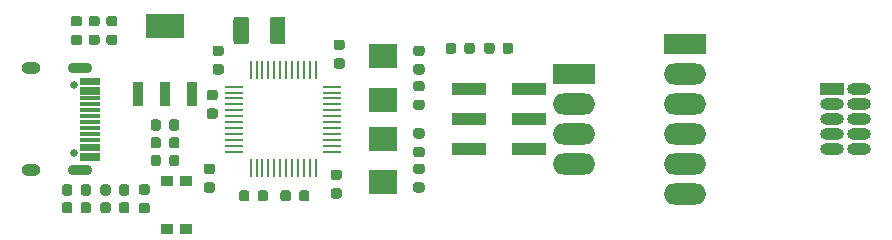
<source format=gbr>
%TF.GenerationSoftware,KiCad,Pcbnew,5.1.7-a382d34a8~88~ubuntu20.04.1*%
%TF.CreationDate,2020-12-15T21:17:08-08:00*%
%TF.ProjectId,blue-pill-bmp,626c7565-2d70-4696-9c6c-2d626d702e6b,rev?*%
%TF.SameCoordinates,Original*%
%TF.FileFunction,Soldermask,Top*%
%TF.FilePolarity,Negative*%
%FSLAX46Y46*%
G04 Gerber Fmt 4.6, Leading zero omitted, Abs format (unit mm)*
G04 Created by KiCad (PCBNEW 5.1.7-a382d34a8~88~ubuntu20.04.1) date 2020-12-15 21:17:08*
%MOMM*%
%LPD*%
G01*
G04 APERTURE LIST*
%ADD10R,3.250000X2.150000*%
%ADD11R,0.950000X2.150000*%
%ADD12O,3.600000X1.800000*%
%ADD13R,3.600000X1.800000*%
%ADD14R,2.400000X2.000000*%
%ADD15R,0.280000X1.560000*%
%ADD16R,1.560000X0.280000*%
%ADD17R,3.000000X1.000000*%
%ADD18R,1.000000X0.900000*%
%ADD19O,2.000000X1.000000*%
%ADD20R,2.000000X1.000000*%
%ADD21R,1.750000X0.300000*%
%ADD22C,0.650000*%
%ADD23O,2.100000X0.900000*%
%ADD24O,1.600000X1.000000*%
G04 APERTURE END LIST*
D10*
%TO.C,VR1*%
X109500000Y-92100000D03*
D11*
X111800000Y-97900000D03*
X109500000Y-97900000D03*
X107200000Y-97900000D03*
%TD*%
D12*
%TO.C,J1*%
X153500000Y-106350000D03*
X153500000Y-103810000D03*
X153500000Y-101270000D03*
X153500000Y-98730000D03*
X153500000Y-96190000D03*
D13*
X153500000Y-93650000D03*
%TD*%
%TO.C,R6*%
G36*
G01*
X104743750Y-92850000D02*
X105256250Y-92850000D01*
G75*
G02*
X105475000Y-93068750I0J-218750D01*
G01*
X105475000Y-93506250D01*
G75*
G02*
X105256250Y-93725000I-218750J0D01*
G01*
X104743750Y-93725000D01*
G75*
G02*
X104525000Y-93506250I0J218750D01*
G01*
X104525000Y-93068750D01*
G75*
G02*
X104743750Y-92850000I218750J0D01*
G01*
G37*
G36*
G01*
X104743750Y-91275000D02*
X105256250Y-91275000D01*
G75*
G02*
X105475000Y-91493750I0J-218750D01*
G01*
X105475000Y-91931250D01*
G75*
G02*
X105256250Y-92150000I-218750J0D01*
G01*
X104743750Y-92150000D01*
G75*
G02*
X104525000Y-91931250I0J218750D01*
G01*
X104525000Y-91493750D01*
G75*
G02*
X104743750Y-91275000I218750J0D01*
G01*
G37*
%TD*%
D14*
%TO.C,X2*%
X128000000Y-101650000D03*
X128000000Y-105350000D03*
%TD*%
%TO.C,X1*%
X128000000Y-94650000D03*
X128000000Y-98350000D03*
%TD*%
D15*
%TO.C,U1*%
X122250000Y-104180000D03*
X121750000Y-104180000D03*
X121250000Y-104180000D03*
X120750000Y-104180000D03*
X120250000Y-104180000D03*
X119750000Y-104180000D03*
X119250000Y-104180000D03*
X118750000Y-104180000D03*
X118250000Y-104180000D03*
X117750000Y-104180000D03*
X117250000Y-104180000D03*
X116750000Y-104180000D03*
D16*
X115320000Y-102750000D03*
X115320000Y-102250000D03*
X115320000Y-101750000D03*
X115320000Y-101250000D03*
X115320000Y-100750000D03*
X115320000Y-100250000D03*
X115320000Y-99750000D03*
X115320000Y-99250000D03*
X115320000Y-98750000D03*
X115320000Y-98250000D03*
X115320000Y-97750000D03*
X115320000Y-97250000D03*
D15*
X116750000Y-95820000D03*
X117250000Y-95820000D03*
X117750000Y-95820000D03*
X118250000Y-95820000D03*
X118750000Y-95820000D03*
X119250000Y-95820000D03*
X119750000Y-95820000D03*
X120250000Y-95820000D03*
X120750000Y-95820000D03*
X121250000Y-95820000D03*
X121750000Y-95820000D03*
X122250000Y-95820000D03*
D16*
X123680000Y-97250000D03*
X123680000Y-97750000D03*
X123680000Y-98250000D03*
X123680000Y-98750000D03*
X123680000Y-99250000D03*
X123680000Y-99750000D03*
X123680000Y-100250000D03*
X123680000Y-100750000D03*
X123680000Y-101250000D03*
X123680000Y-101750000D03*
X123680000Y-102250000D03*
X123680000Y-102750000D03*
%TD*%
D17*
%TO.C,SW2*%
X135210000Y-97450000D03*
X135210000Y-100000000D03*
X135210000Y-102540000D03*
X140290000Y-97460000D03*
X140290000Y-100000000D03*
X140290000Y-102540000D03*
%TD*%
D18*
%TO.C,SW1*%
X111300000Y-105200000D03*
X109700000Y-105200000D03*
X111300000Y-109300000D03*
X109700000Y-109300000D03*
%TD*%
%TO.C,R11*%
G36*
G01*
X102350000Y-107756250D02*
X102350000Y-107243750D01*
G75*
G02*
X102568750Y-107025000I218750J0D01*
G01*
X103006250Y-107025000D01*
G75*
G02*
X103225000Y-107243750I0J-218750D01*
G01*
X103225000Y-107756250D01*
G75*
G02*
X103006250Y-107975000I-218750J0D01*
G01*
X102568750Y-107975000D01*
G75*
G02*
X102350000Y-107756250I0J218750D01*
G01*
G37*
G36*
G01*
X100775000Y-107756250D02*
X100775000Y-107243750D01*
G75*
G02*
X100993750Y-107025000I218750J0D01*
G01*
X101431250Y-107025000D01*
G75*
G02*
X101650000Y-107243750I0J-218750D01*
G01*
X101650000Y-107756250D01*
G75*
G02*
X101431250Y-107975000I-218750J0D01*
G01*
X100993750Y-107975000D01*
G75*
G02*
X100775000Y-107756250I0J218750D01*
G01*
G37*
%TD*%
%TO.C,R10*%
G36*
G01*
X102350000Y-106256250D02*
X102350000Y-105743750D01*
G75*
G02*
X102568750Y-105525000I218750J0D01*
G01*
X103006250Y-105525000D01*
G75*
G02*
X103225000Y-105743750I0J-218750D01*
G01*
X103225000Y-106256250D01*
G75*
G02*
X103006250Y-106475000I-218750J0D01*
G01*
X102568750Y-106475000D01*
G75*
G02*
X102350000Y-106256250I0J218750D01*
G01*
G37*
G36*
G01*
X100775000Y-106256250D02*
X100775000Y-105743750D01*
G75*
G02*
X100993750Y-105525000I218750J0D01*
G01*
X101431250Y-105525000D01*
G75*
G02*
X101650000Y-105743750I0J-218750D01*
G01*
X101650000Y-106256250D01*
G75*
G02*
X101431250Y-106475000I-218750J0D01*
G01*
X100993750Y-106475000D01*
G75*
G02*
X100775000Y-106256250I0J218750D01*
G01*
G37*
%TD*%
%TO.C,R9*%
G36*
G01*
X109850000Y-103756250D02*
X109850000Y-103243750D01*
G75*
G02*
X110068750Y-103025000I218750J0D01*
G01*
X110506250Y-103025000D01*
G75*
G02*
X110725000Y-103243750I0J-218750D01*
G01*
X110725000Y-103756250D01*
G75*
G02*
X110506250Y-103975000I-218750J0D01*
G01*
X110068750Y-103975000D01*
G75*
G02*
X109850000Y-103756250I0J218750D01*
G01*
G37*
G36*
G01*
X108275000Y-103756250D02*
X108275000Y-103243750D01*
G75*
G02*
X108493750Y-103025000I218750J0D01*
G01*
X108931250Y-103025000D01*
G75*
G02*
X109150000Y-103243750I0J-218750D01*
G01*
X109150000Y-103756250D01*
G75*
G02*
X108931250Y-103975000I-218750J0D01*
G01*
X108493750Y-103975000D01*
G75*
G02*
X108275000Y-103756250I0J218750D01*
G01*
G37*
%TD*%
%TO.C,R8*%
G36*
G01*
X109150000Y-101743750D02*
X109150000Y-102256250D01*
G75*
G02*
X108931250Y-102475000I-218750J0D01*
G01*
X108493750Y-102475000D01*
G75*
G02*
X108275000Y-102256250I0J218750D01*
G01*
X108275000Y-101743750D01*
G75*
G02*
X108493750Y-101525000I218750J0D01*
G01*
X108931250Y-101525000D01*
G75*
G02*
X109150000Y-101743750I0J-218750D01*
G01*
G37*
G36*
G01*
X110725000Y-101743750D02*
X110725000Y-102256250D01*
G75*
G02*
X110506250Y-102475000I-218750J0D01*
G01*
X110068750Y-102475000D01*
G75*
G02*
X109850000Y-102256250I0J218750D01*
G01*
X109850000Y-101743750D01*
G75*
G02*
X110068750Y-101525000I218750J0D01*
G01*
X110506250Y-101525000D01*
G75*
G02*
X110725000Y-101743750I0J-218750D01*
G01*
G37*
%TD*%
%TO.C,R7*%
G36*
G01*
X109150000Y-100243750D02*
X109150000Y-100756250D01*
G75*
G02*
X108931250Y-100975000I-218750J0D01*
G01*
X108493750Y-100975000D01*
G75*
G02*
X108275000Y-100756250I0J218750D01*
G01*
X108275000Y-100243750D01*
G75*
G02*
X108493750Y-100025000I218750J0D01*
G01*
X108931250Y-100025000D01*
G75*
G02*
X109150000Y-100243750I0J-218750D01*
G01*
G37*
G36*
G01*
X110725000Y-100243750D02*
X110725000Y-100756250D01*
G75*
G02*
X110506250Y-100975000I-218750J0D01*
G01*
X110068750Y-100975000D01*
G75*
G02*
X109850000Y-100756250I0J218750D01*
G01*
X109850000Y-100243750D01*
G75*
G02*
X110068750Y-100025000I218750J0D01*
G01*
X110506250Y-100025000D01*
G75*
G02*
X110725000Y-100243750I0J-218750D01*
G01*
G37*
%TD*%
%TO.C,R5*%
G36*
G01*
X108006250Y-106400000D02*
X107493750Y-106400000D01*
G75*
G02*
X107275000Y-106181250I0J218750D01*
G01*
X107275000Y-105743750D01*
G75*
G02*
X107493750Y-105525000I218750J0D01*
G01*
X108006250Y-105525000D01*
G75*
G02*
X108225000Y-105743750I0J-218750D01*
G01*
X108225000Y-106181250D01*
G75*
G02*
X108006250Y-106400000I-218750J0D01*
G01*
G37*
G36*
G01*
X108006250Y-107975000D02*
X107493750Y-107975000D01*
G75*
G02*
X107275000Y-107756250I0J218750D01*
G01*
X107275000Y-107318750D01*
G75*
G02*
X107493750Y-107100000I218750J0D01*
G01*
X108006250Y-107100000D01*
G75*
G02*
X108225000Y-107318750I0J-218750D01*
G01*
X108225000Y-107756250D01*
G75*
G02*
X108006250Y-107975000I-218750J0D01*
G01*
G37*
%TD*%
%TO.C,R4*%
G36*
G01*
X101743750Y-92850000D02*
X102256250Y-92850000D01*
G75*
G02*
X102475000Y-93068750I0J-218750D01*
G01*
X102475000Y-93506250D01*
G75*
G02*
X102256250Y-93725000I-218750J0D01*
G01*
X101743750Y-93725000D01*
G75*
G02*
X101525000Y-93506250I0J218750D01*
G01*
X101525000Y-93068750D01*
G75*
G02*
X101743750Y-92850000I218750J0D01*
G01*
G37*
G36*
G01*
X101743750Y-91275000D02*
X102256250Y-91275000D01*
G75*
G02*
X102475000Y-91493750I0J-218750D01*
G01*
X102475000Y-91931250D01*
G75*
G02*
X102256250Y-92150000I-218750J0D01*
G01*
X101743750Y-92150000D01*
G75*
G02*
X101525000Y-91931250I0J218750D01*
G01*
X101525000Y-91493750D01*
G75*
G02*
X101743750Y-91275000I218750J0D01*
G01*
G37*
%TD*%
%TO.C,R3*%
G36*
G01*
X134850000Y-94256250D02*
X134850000Y-93743750D01*
G75*
G02*
X135068750Y-93525000I218750J0D01*
G01*
X135506250Y-93525000D01*
G75*
G02*
X135725000Y-93743750I0J-218750D01*
G01*
X135725000Y-94256250D01*
G75*
G02*
X135506250Y-94475000I-218750J0D01*
G01*
X135068750Y-94475000D01*
G75*
G02*
X134850000Y-94256250I0J218750D01*
G01*
G37*
G36*
G01*
X133275000Y-94256250D02*
X133275000Y-93743750D01*
G75*
G02*
X133493750Y-93525000I218750J0D01*
G01*
X133931250Y-93525000D01*
G75*
G02*
X134150000Y-93743750I0J-218750D01*
G01*
X134150000Y-94256250D01*
G75*
G02*
X133931250Y-94475000I-218750J0D01*
G01*
X133493750Y-94475000D01*
G75*
G02*
X133275000Y-94256250I0J218750D01*
G01*
G37*
%TD*%
%TO.C,R2*%
G36*
G01*
X104900000Y-105743750D02*
X104900000Y-106256250D01*
G75*
G02*
X104681250Y-106475000I-218750J0D01*
G01*
X104243750Y-106475000D01*
G75*
G02*
X104025000Y-106256250I0J218750D01*
G01*
X104025000Y-105743750D01*
G75*
G02*
X104243750Y-105525000I218750J0D01*
G01*
X104681250Y-105525000D01*
G75*
G02*
X104900000Y-105743750I0J-218750D01*
G01*
G37*
G36*
G01*
X106475000Y-105743750D02*
X106475000Y-106256250D01*
G75*
G02*
X106256250Y-106475000I-218750J0D01*
G01*
X105818750Y-106475000D01*
G75*
G02*
X105600000Y-106256250I0J218750D01*
G01*
X105600000Y-105743750D01*
G75*
G02*
X105818750Y-105525000I218750J0D01*
G01*
X106256250Y-105525000D01*
G75*
G02*
X106475000Y-105743750I0J-218750D01*
G01*
G37*
%TD*%
%TO.C,R1*%
G36*
G01*
X120150000Y-106243750D02*
X120150000Y-106756250D01*
G75*
G02*
X119931250Y-106975000I-218750J0D01*
G01*
X119493750Y-106975000D01*
G75*
G02*
X119275000Y-106756250I0J218750D01*
G01*
X119275000Y-106243750D01*
G75*
G02*
X119493750Y-106025000I218750J0D01*
G01*
X119931250Y-106025000D01*
G75*
G02*
X120150000Y-106243750I0J-218750D01*
G01*
G37*
G36*
G01*
X121725000Y-106243750D02*
X121725000Y-106756250D01*
G75*
G02*
X121506250Y-106975000I-218750J0D01*
G01*
X121068750Y-106975000D01*
G75*
G02*
X120850000Y-106756250I0J218750D01*
G01*
X120850000Y-106243750D01*
G75*
G02*
X121068750Y-106025000I218750J0D01*
G01*
X121506250Y-106025000D01*
G75*
G02*
X121725000Y-106243750I0J-218750D01*
G01*
G37*
%TD*%
D19*
%TO.C,J4*%
X168270000Y-102540000D03*
X166000000Y-102540000D03*
X168270000Y-101270000D03*
X166000000Y-101270000D03*
X168270000Y-100000000D03*
X166000000Y-100000000D03*
X168270000Y-98730000D03*
X166000000Y-98730000D03*
X168270000Y-97460000D03*
D20*
X166000000Y-97460000D03*
%TD*%
D12*
%TO.C,J3*%
X144150000Y-103810000D03*
X144150000Y-101270000D03*
X144150000Y-98730000D03*
D13*
X144150000Y-96190000D03*
%TD*%
D21*
%TO.C,J2*%
X103150000Y-103350000D03*
X103150000Y-103050000D03*
X103150000Y-102250000D03*
X103150000Y-102550000D03*
X103150000Y-97750000D03*
X103150000Y-97450000D03*
X103150000Y-96950000D03*
X103150000Y-96650000D03*
X103150000Y-99750000D03*
X103150000Y-98750000D03*
X103150000Y-98250000D03*
X103150000Y-99250000D03*
X103150000Y-101750000D03*
X103150000Y-101250000D03*
X103150000Y-100750000D03*
X103150000Y-100250000D03*
D22*
X101810000Y-102890000D03*
X101810000Y-97110000D03*
D23*
X102310000Y-104320000D03*
X102310000Y-95680000D03*
D24*
X98130000Y-104320000D03*
X98130000Y-95680000D03*
%TD*%
%TO.C,D3*%
G36*
G01*
X103756250Y-92150000D02*
X103243750Y-92150000D01*
G75*
G02*
X103025000Y-91931250I0J218750D01*
G01*
X103025000Y-91493750D01*
G75*
G02*
X103243750Y-91275000I218750J0D01*
G01*
X103756250Y-91275000D01*
G75*
G02*
X103975000Y-91493750I0J-218750D01*
G01*
X103975000Y-91931250D01*
G75*
G02*
X103756250Y-92150000I-218750J0D01*
G01*
G37*
G36*
G01*
X103756250Y-93725000D02*
X103243750Y-93725000D01*
G75*
G02*
X103025000Y-93506250I0J218750D01*
G01*
X103025000Y-93068750D01*
G75*
G02*
X103243750Y-92850000I218750J0D01*
G01*
X103756250Y-92850000D01*
G75*
G02*
X103975000Y-93068750I0J-218750D01*
G01*
X103975000Y-93506250D01*
G75*
G02*
X103756250Y-93725000I-218750J0D01*
G01*
G37*
%TD*%
%TO.C,D2*%
G36*
G01*
X138100000Y-94256250D02*
X138100000Y-93743750D01*
G75*
G02*
X138318750Y-93525000I218750J0D01*
G01*
X138756250Y-93525000D01*
G75*
G02*
X138975000Y-93743750I0J-218750D01*
G01*
X138975000Y-94256250D01*
G75*
G02*
X138756250Y-94475000I-218750J0D01*
G01*
X138318750Y-94475000D01*
G75*
G02*
X138100000Y-94256250I0J218750D01*
G01*
G37*
G36*
G01*
X136525000Y-94256250D02*
X136525000Y-93743750D01*
G75*
G02*
X136743750Y-93525000I218750J0D01*
G01*
X137181250Y-93525000D01*
G75*
G02*
X137400000Y-93743750I0J-218750D01*
G01*
X137400000Y-94256250D01*
G75*
G02*
X137181250Y-94475000I-218750J0D01*
G01*
X136743750Y-94475000D01*
G75*
G02*
X136525000Y-94256250I0J218750D01*
G01*
G37*
%TD*%
%TO.C,D1*%
G36*
G01*
X116650000Y-106243750D02*
X116650000Y-106756250D01*
G75*
G02*
X116431250Y-106975000I-218750J0D01*
G01*
X115993750Y-106975000D01*
G75*
G02*
X115775000Y-106756250I0J218750D01*
G01*
X115775000Y-106243750D01*
G75*
G02*
X115993750Y-106025000I218750J0D01*
G01*
X116431250Y-106025000D01*
G75*
G02*
X116650000Y-106243750I0J-218750D01*
G01*
G37*
G36*
G01*
X118225000Y-106243750D02*
X118225000Y-106756250D01*
G75*
G02*
X118006250Y-106975000I-218750J0D01*
G01*
X117568750Y-106975000D01*
G75*
G02*
X117350000Y-106756250I0J218750D01*
G01*
X117350000Y-106243750D01*
G75*
G02*
X117568750Y-106025000I218750J0D01*
G01*
X118006250Y-106025000D01*
G75*
G02*
X118225000Y-106243750I0J-218750D01*
G01*
G37*
%TD*%
%TO.C,C11*%
G36*
G01*
X130743750Y-102350000D02*
X131256250Y-102350000D01*
G75*
G02*
X131475000Y-102568750I0J-218750D01*
G01*
X131475000Y-103006250D01*
G75*
G02*
X131256250Y-103225000I-218750J0D01*
G01*
X130743750Y-103225000D01*
G75*
G02*
X130525000Y-103006250I0J218750D01*
G01*
X130525000Y-102568750D01*
G75*
G02*
X130743750Y-102350000I218750J0D01*
G01*
G37*
G36*
G01*
X130743750Y-100775000D02*
X131256250Y-100775000D01*
G75*
G02*
X131475000Y-100993750I0J-218750D01*
G01*
X131475000Y-101431250D01*
G75*
G02*
X131256250Y-101650000I-218750J0D01*
G01*
X130743750Y-101650000D01*
G75*
G02*
X130525000Y-101431250I0J218750D01*
G01*
X130525000Y-100993750D01*
G75*
G02*
X130743750Y-100775000I218750J0D01*
G01*
G37*
%TD*%
%TO.C,C10*%
G36*
G01*
X131256250Y-104650000D02*
X130743750Y-104650000D01*
G75*
G02*
X130525000Y-104431250I0J218750D01*
G01*
X130525000Y-103993750D01*
G75*
G02*
X130743750Y-103775000I218750J0D01*
G01*
X131256250Y-103775000D01*
G75*
G02*
X131475000Y-103993750I0J-218750D01*
G01*
X131475000Y-104431250D01*
G75*
G02*
X131256250Y-104650000I-218750J0D01*
G01*
G37*
G36*
G01*
X131256250Y-106225000D02*
X130743750Y-106225000D01*
G75*
G02*
X130525000Y-106006250I0J218750D01*
G01*
X130525000Y-105568750D01*
G75*
G02*
X130743750Y-105350000I218750J0D01*
G01*
X131256250Y-105350000D01*
G75*
G02*
X131475000Y-105568750I0J-218750D01*
G01*
X131475000Y-106006250D01*
G75*
G02*
X131256250Y-106225000I-218750J0D01*
G01*
G37*
%TD*%
%TO.C,C9*%
G36*
G01*
X130743750Y-95350000D02*
X131256250Y-95350000D01*
G75*
G02*
X131475000Y-95568750I0J-218750D01*
G01*
X131475000Y-96006250D01*
G75*
G02*
X131256250Y-96225000I-218750J0D01*
G01*
X130743750Y-96225000D01*
G75*
G02*
X130525000Y-96006250I0J218750D01*
G01*
X130525000Y-95568750D01*
G75*
G02*
X130743750Y-95350000I218750J0D01*
G01*
G37*
G36*
G01*
X130743750Y-93775000D02*
X131256250Y-93775000D01*
G75*
G02*
X131475000Y-93993750I0J-218750D01*
G01*
X131475000Y-94431250D01*
G75*
G02*
X131256250Y-94650000I-218750J0D01*
G01*
X130743750Y-94650000D01*
G75*
G02*
X130525000Y-94431250I0J218750D01*
G01*
X130525000Y-93993750D01*
G75*
G02*
X130743750Y-93775000I218750J0D01*
G01*
G37*
%TD*%
%TO.C,C8*%
G36*
G01*
X131256250Y-97650000D02*
X130743750Y-97650000D01*
G75*
G02*
X130525000Y-97431250I0J218750D01*
G01*
X130525000Y-96993750D01*
G75*
G02*
X130743750Y-96775000I218750J0D01*
G01*
X131256250Y-96775000D01*
G75*
G02*
X131475000Y-96993750I0J-218750D01*
G01*
X131475000Y-97431250D01*
G75*
G02*
X131256250Y-97650000I-218750J0D01*
G01*
G37*
G36*
G01*
X131256250Y-99225000D02*
X130743750Y-99225000D01*
G75*
G02*
X130525000Y-99006250I0J218750D01*
G01*
X130525000Y-98568750D01*
G75*
G02*
X130743750Y-98350000I218750J0D01*
G01*
X131256250Y-98350000D01*
G75*
G02*
X131475000Y-98568750I0J-218750D01*
G01*
X131475000Y-99006250D01*
G75*
G02*
X131256250Y-99225000I-218750J0D01*
G01*
G37*
%TD*%
%TO.C,C7*%
G36*
G01*
X114256250Y-94650000D02*
X113743750Y-94650000D01*
G75*
G02*
X113525000Y-94431250I0J218750D01*
G01*
X113525000Y-93993750D01*
G75*
G02*
X113743750Y-93775000I218750J0D01*
G01*
X114256250Y-93775000D01*
G75*
G02*
X114475000Y-93993750I0J-218750D01*
G01*
X114475000Y-94431250D01*
G75*
G02*
X114256250Y-94650000I-218750J0D01*
G01*
G37*
G36*
G01*
X114256250Y-96225000D02*
X113743750Y-96225000D01*
G75*
G02*
X113525000Y-96006250I0J218750D01*
G01*
X113525000Y-95568750D01*
G75*
G02*
X113743750Y-95350000I218750J0D01*
G01*
X114256250Y-95350000D01*
G75*
G02*
X114475000Y-95568750I0J-218750D01*
G01*
X114475000Y-96006250D01*
G75*
G02*
X114256250Y-96225000I-218750J0D01*
G01*
G37*
%TD*%
%TO.C,C6*%
G36*
G01*
X112993750Y-105350000D02*
X113506250Y-105350000D01*
G75*
G02*
X113725000Y-105568750I0J-218750D01*
G01*
X113725000Y-106006250D01*
G75*
G02*
X113506250Y-106225000I-218750J0D01*
G01*
X112993750Y-106225000D01*
G75*
G02*
X112775000Y-106006250I0J218750D01*
G01*
X112775000Y-105568750D01*
G75*
G02*
X112993750Y-105350000I218750J0D01*
G01*
G37*
G36*
G01*
X112993750Y-103775000D02*
X113506250Y-103775000D01*
G75*
G02*
X113725000Y-103993750I0J-218750D01*
G01*
X113725000Y-104431250D01*
G75*
G02*
X113506250Y-104650000I-218750J0D01*
G01*
X112993750Y-104650000D01*
G75*
G02*
X112775000Y-104431250I0J218750D01*
G01*
X112775000Y-103993750D01*
G75*
G02*
X112993750Y-103775000I218750J0D01*
G01*
G37*
%TD*%
%TO.C,C5*%
G36*
G01*
X123743750Y-105850000D02*
X124256250Y-105850000D01*
G75*
G02*
X124475000Y-106068750I0J-218750D01*
G01*
X124475000Y-106506250D01*
G75*
G02*
X124256250Y-106725000I-218750J0D01*
G01*
X123743750Y-106725000D01*
G75*
G02*
X123525000Y-106506250I0J218750D01*
G01*
X123525000Y-106068750D01*
G75*
G02*
X123743750Y-105850000I218750J0D01*
G01*
G37*
G36*
G01*
X123743750Y-104275000D02*
X124256250Y-104275000D01*
G75*
G02*
X124475000Y-104493750I0J-218750D01*
G01*
X124475000Y-104931250D01*
G75*
G02*
X124256250Y-105150000I-218750J0D01*
G01*
X123743750Y-105150000D01*
G75*
G02*
X123525000Y-104931250I0J218750D01*
G01*
X123525000Y-104493750D01*
G75*
G02*
X123743750Y-104275000I218750J0D01*
G01*
G37*
%TD*%
%TO.C,C4*%
G36*
G01*
X124506250Y-94150000D02*
X123993750Y-94150000D01*
G75*
G02*
X123775000Y-93931250I0J218750D01*
G01*
X123775000Y-93493750D01*
G75*
G02*
X123993750Y-93275000I218750J0D01*
G01*
X124506250Y-93275000D01*
G75*
G02*
X124725000Y-93493750I0J-218750D01*
G01*
X124725000Y-93931250D01*
G75*
G02*
X124506250Y-94150000I-218750J0D01*
G01*
G37*
G36*
G01*
X124506250Y-95725000D02*
X123993750Y-95725000D01*
G75*
G02*
X123775000Y-95506250I0J218750D01*
G01*
X123775000Y-95068750D01*
G75*
G02*
X123993750Y-94850000I218750J0D01*
G01*
X124506250Y-94850000D01*
G75*
G02*
X124725000Y-95068750I0J-218750D01*
G01*
X124725000Y-95506250D01*
G75*
G02*
X124506250Y-95725000I-218750J0D01*
G01*
G37*
%TD*%
%TO.C,C3*%
G36*
G01*
X118375000Y-93425001D02*
X118375000Y-91574999D01*
G75*
G02*
X118624999Y-91325000I249999J0D01*
G01*
X119450001Y-91325000D01*
G75*
G02*
X119700000Y-91574999I0J-249999D01*
G01*
X119700000Y-93425001D01*
G75*
G02*
X119450001Y-93675000I-249999J0D01*
G01*
X118624999Y-93675000D01*
G75*
G02*
X118375000Y-93425001I0J249999D01*
G01*
G37*
G36*
G01*
X115300000Y-93425001D02*
X115300000Y-91574999D01*
G75*
G02*
X115549999Y-91325000I249999J0D01*
G01*
X116375001Y-91325000D01*
G75*
G02*
X116625000Y-91574999I0J-249999D01*
G01*
X116625000Y-93425001D01*
G75*
G02*
X116375001Y-93675000I-249999J0D01*
G01*
X115549999Y-93675000D01*
G75*
G02*
X115300000Y-93425001I0J249999D01*
G01*
G37*
%TD*%
%TO.C,C2*%
G36*
G01*
X113243750Y-99100000D02*
X113756250Y-99100000D01*
G75*
G02*
X113975000Y-99318750I0J-218750D01*
G01*
X113975000Y-99756250D01*
G75*
G02*
X113756250Y-99975000I-218750J0D01*
G01*
X113243750Y-99975000D01*
G75*
G02*
X113025000Y-99756250I0J218750D01*
G01*
X113025000Y-99318750D01*
G75*
G02*
X113243750Y-99100000I218750J0D01*
G01*
G37*
G36*
G01*
X113243750Y-97525000D02*
X113756250Y-97525000D01*
G75*
G02*
X113975000Y-97743750I0J-218750D01*
G01*
X113975000Y-98181250D01*
G75*
G02*
X113756250Y-98400000I-218750J0D01*
G01*
X113243750Y-98400000D01*
G75*
G02*
X113025000Y-98181250I0J218750D01*
G01*
X113025000Y-97743750D01*
G75*
G02*
X113243750Y-97525000I218750J0D01*
G01*
G37*
%TD*%
%TO.C,C1*%
G36*
G01*
X105600000Y-107756250D02*
X105600000Y-107243750D01*
G75*
G02*
X105818750Y-107025000I218750J0D01*
G01*
X106256250Y-107025000D01*
G75*
G02*
X106475000Y-107243750I0J-218750D01*
G01*
X106475000Y-107756250D01*
G75*
G02*
X106256250Y-107975000I-218750J0D01*
G01*
X105818750Y-107975000D01*
G75*
G02*
X105600000Y-107756250I0J218750D01*
G01*
G37*
G36*
G01*
X104025000Y-107756250D02*
X104025000Y-107243750D01*
G75*
G02*
X104243750Y-107025000I218750J0D01*
G01*
X104681250Y-107025000D01*
G75*
G02*
X104900000Y-107243750I0J-218750D01*
G01*
X104900000Y-107756250D01*
G75*
G02*
X104681250Y-107975000I-218750J0D01*
G01*
X104243750Y-107975000D01*
G75*
G02*
X104025000Y-107756250I0J218750D01*
G01*
G37*
%TD*%
M02*

</source>
